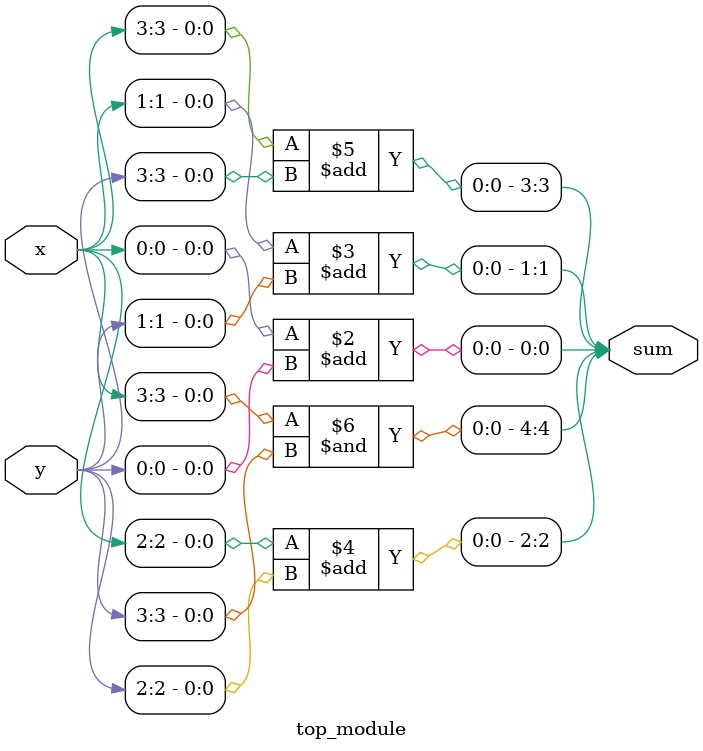
<source format=sv>
module top_module (
	input [3:0] x,
	input [3:0] y,
	output [4:0] sum
);
	always @* begin
		sum[0] = x[0] + y[0];
		sum[1] = x[1] + y[1];
		sum[2] = x[2] + y[2];
		sum[3] = x[3] + y[3];
		sum[4] = x[3] & y[3];
	end
endmodule

</source>
